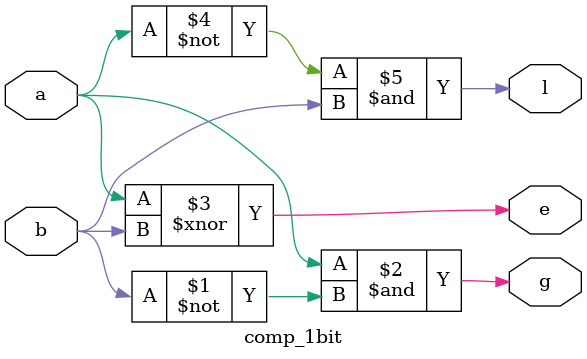
<source format=v>
module comp_1bit (
    input a,
    input b,
    output g, 
    output e, 
    output l  
);
    assign g = a & (~b);
    assign e = a ~^ b; 
    assign l = (~a) & b;
endmodule

</source>
